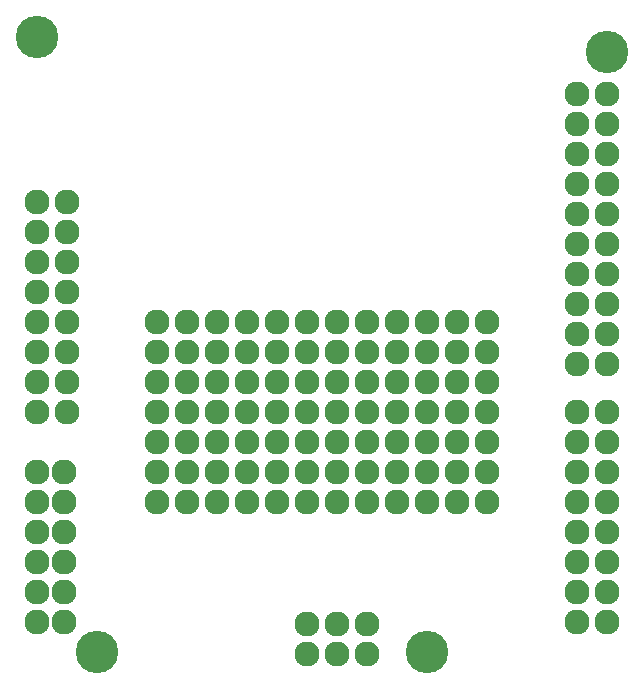
<source format=gbs>
G04 #@! TF.GenerationSoftware,KiCad,Pcbnew,(2017-12-24 revision 570866557)-makepkg*
G04 #@! TF.CreationDate,2018-02-26T21:20:21-07:00*
G04 #@! TF.ProjectId,DC801 Shield,444338303120536869656C642E6B6963,rev?*
G04 #@! TF.SameCoordinates,Original*
G04 #@! TF.FileFunction,Soldermask,Bot*
G04 #@! TF.FilePolarity,Negative*
%FSLAX46Y46*%
G04 Gerber Fmt 4.6, Leading zero omitted, Abs format (unit mm)*
G04 Created by KiCad (PCBNEW (2017-12-24 revision 570866557)-makepkg) date 02/26/18 21:20:21*
%MOMM*%
%LPD*%
G01*
G04 APERTURE LIST*
%ADD10C,2.127200*%
%ADD11O,2.127200X2.127200*%
%ADD12C,3.600000*%
G04 APERTURE END LIST*
D10*
X152340000Y-120540000D03*
X149800000Y-120540000D03*
X147260000Y-120540000D03*
X144720000Y-120540000D03*
X142180000Y-120540000D03*
X139640000Y-120540000D03*
X137100000Y-120540000D03*
X134560000Y-120540000D03*
X132020000Y-120540000D03*
X129480000Y-120540000D03*
X126940000Y-120540000D03*
X152340000Y-105300000D03*
X149800000Y-105300000D03*
X147260000Y-105300000D03*
X144720000Y-105300000D03*
X142180000Y-105300000D03*
X139640000Y-105300000D03*
X137100000Y-105300000D03*
X134560000Y-105300000D03*
X132020000Y-105300000D03*
X129480000Y-105300000D03*
X126940000Y-105300000D03*
X124400000Y-120540000D03*
X152340000Y-118000000D03*
X149800000Y-118000000D03*
X147260000Y-118000000D03*
X144720000Y-118000000D03*
X142180000Y-118000000D03*
X139640000Y-118000000D03*
X137100000Y-118000000D03*
X134560000Y-118000000D03*
X132020000Y-118000000D03*
X129480000Y-118000000D03*
X126940000Y-118000000D03*
X124400000Y-118000000D03*
X152340000Y-115460000D03*
X149800000Y-115460000D03*
X147260000Y-115460000D03*
X144720000Y-115460000D03*
X142180000Y-115460000D03*
X139640000Y-115460000D03*
X137100000Y-115460000D03*
X134560000Y-115460000D03*
X132020000Y-115460000D03*
X129480000Y-115460000D03*
X126940000Y-115460000D03*
X124400000Y-115460000D03*
X152340000Y-112920000D03*
X149800000Y-112920000D03*
X147260000Y-112920000D03*
X144720000Y-112920000D03*
X142180000Y-112920000D03*
X139640000Y-112920000D03*
X137100000Y-112920000D03*
X134560000Y-112920000D03*
X132020000Y-112920000D03*
X129480000Y-112920000D03*
X126940000Y-112920000D03*
X124400000Y-112920000D03*
X152340000Y-110380000D03*
X149800000Y-110380000D03*
X147260000Y-110380000D03*
X144720000Y-110380000D03*
X142180000Y-110380000D03*
X139640000Y-110380000D03*
X137100000Y-110380000D03*
X134560000Y-110380000D03*
X132020000Y-110380000D03*
X129480000Y-110380000D03*
X126940000Y-110380000D03*
X124400000Y-110380000D03*
X152340000Y-107840000D03*
X149800000Y-107840000D03*
X147260000Y-107840000D03*
X144720000Y-107840000D03*
X142180000Y-107840000D03*
X139640000Y-107840000D03*
X137100000Y-107840000D03*
X134560000Y-107840000D03*
X132020000Y-107840000D03*
X129480000Y-107840000D03*
X126940000Y-107840000D03*
X124400000Y-107840000D03*
X124400000Y-105300000D03*
X159960000Y-130700000D03*
X159960000Y-128160000D03*
X159960000Y-125620000D03*
X159960000Y-123080000D03*
X159960000Y-120540000D03*
X159960000Y-118000000D03*
X159960000Y-115460000D03*
X159960000Y-112920000D03*
X159960000Y-108856000D03*
X159960000Y-106316000D03*
X159960000Y-103776000D03*
X159960000Y-101236000D03*
X159960000Y-98696000D03*
X159960000Y-96156000D03*
X159960000Y-93616000D03*
X159960000Y-91076000D03*
X159960000Y-88536000D03*
X159960000Y-85996000D03*
X116580000Y-130700000D03*
X116580000Y-128160000D03*
X116580000Y-125620000D03*
X116580000Y-123080000D03*
X116580000Y-120540000D03*
X116580000Y-118000000D03*
X116780000Y-112920000D03*
X116780000Y-110380000D03*
X116780000Y-107840000D03*
X116780000Y-105300000D03*
X116780000Y-102760000D03*
X116780000Y-100220000D03*
X116780000Y-97680000D03*
D11*
X137100000Y-130827000D03*
X137100000Y-133367000D03*
X139640000Y-133367000D03*
X139640000Y-130827000D03*
X142180000Y-133367000D03*
X114240000Y-118000000D03*
X114240000Y-112920000D03*
X114240000Y-110380000D03*
X114240000Y-107840000D03*
X114240000Y-105300000D03*
X114240000Y-102760000D03*
X114240000Y-100220000D03*
X114240000Y-97680000D03*
X162500000Y-130700000D03*
X162500000Y-128160000D03*
X162500000Y-125620000D03*
X162500000Y-123080000D03*
X162500000Y-120540000D03*
X162500000Y-118000000D03*
X162500000Y-115460000D03*
X162500000Y-112920000D03*
X162500000Y-93616000D03*
X162500000Y-108856000D03*
X162500000Y-106316000D03*
X162500000Y-103776000D03*
D12*
X119320000Y-133240000D03*
X147260000Y-133240000D03*
X162500000Y-82440000D03*
X114240000Y-81170000D03*
D11*
X162500000Y-85996000D03*
X162500000Y-88536000D03*
X162500000Y-91076000D03*
X162500000Y-96156000D03*
X162500000Y-98696000D03*
X162500000Y-101236000D03*
X114240000Y-95140000D03*
X114240000Y-120540000D03*
X114240000Y-123080000D03*
X114240000Y-125620000D03*
X114240000Y-128160000D03*
X114240000Y-130700000D03*
X142180000Y-130827000D03*
D10*
X116780000Y-95140000D03*
M02*

</source>
